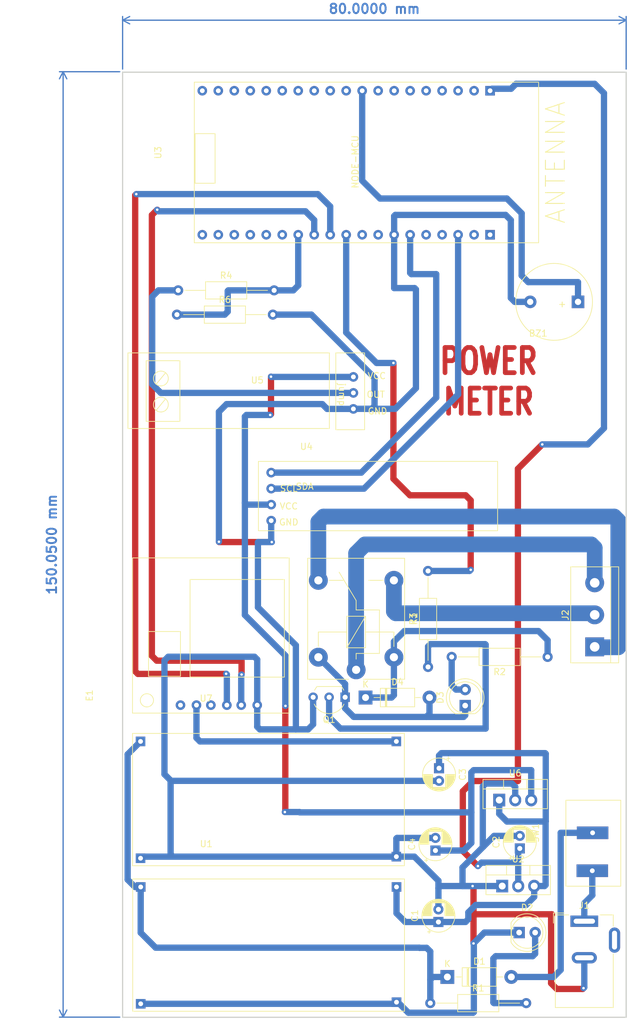
<source format=kicad_pcb>
(kicad_pcb (version 20211014) (generator pcbnew)
  (layers (0 "F.Cu" signal) (31 "B.Cu" signal) (34 "B.Paste" user) (35 "F.Paste" user) (36 "B.SilkS" user "B.Silkscreen") (37 "F.SilkS" user "F.Silkscreen") (38 "B.Mask" user) (39 "F.Mask" user) (44 "Edge.Cuts" user))
  (net 0 "")
  (net 1 "+9V")
  (net 2 "+12V")
  (net 3 "+3V3")
  (net 4 "+4V")
  (net 5 "Net-(D2-Pad2)")
  (net 6 "Net-(D3-Pad1)")
  (net 7 "Net-(D3-Pad2)")
  (net 8 "Net-(D4-Pad1)")
  (net 11 "Net-(E1-Pad4)")
  (net 12 "Net-(J1-Pad1)")
  (net 13 "/NC")
  (net 14 "/NO")
  (net 15 "/COM")
  (net 16 "Net-(Q1-Pad2)")
  (net 17 "/RELAY_SWITCH")
  (net 18 "Net-(R4-Pad1)")
  (net 19 "Net-(R4-Pad2)")
  (net 20 "Net-(E1-Pad5)")
  (net 21 "BUZZER")
  (net 36 "Net-(SW1-Pad2)")
  (net 43 "Earth")
  (net 44 "Net-(U3-Pad36)")
  (net 52 "Net-(U3-Pad33)")
  (net 53 "+5V")
  (footprint "Capacitor_THT:CP_Radial_D5.0mm_P2.00mm" (layer "F.Cu") (at 66.525 126.344888 -90)
    (fp_text reference "C3" (at 1 -3.75 90) (layer "F.SilkS"))
    (fp_text value "10uF")
    (pad "1" thru_hole rect (at 0 0 270) (size 1.6 1.6) (drill 0.8) (layers *.Cu *.Mask) (net 1 "+9V"))
    (pad "2" thru_hole circle (at 2 0 270) (size 1.6 1.6) (drill 0.8) (layers *.Cu *.Mask) (net 43 "Earth"))
  )
  (footprint "LED_THT:LED_D5.0mm" (layer "F.Cu") (at 70.675 116.4 90)
    (fp_text reference "D3" (at 1.27 -3.96 90) (layer "F.SilkS"))
    (fp_text value "LED")
    (pad "1" thru_hole rect (at 0 0 90) (size 1.8 1.8) (drill 0.9) (layers *.Cu *.Mask) (net 6 "Net-(D3-Pad1)"))
    (pad "2" thru_hole circle (at 2.54 0 90) (size 1.8 1.8) (drill 0.9) (layers *.Cu *.Mask) (net 7 "Net-(D3-Pad2)"))
  )
  (footprint "custom-footprints:NODEMCU" (layer "F.Cu") (at 21.03713 59.455 90)
    (fp_text reference "U3" (at 30.809 0.853 90 unlocked) (layer "F.SilkS"))
    (fp_text value "NodeMCU")
    (fp_text user "ANTENNA" (at 29.255 64.008 90 unlocked) (layer "F.SilkS") (effects (font (size 3 3))))
    (fp_text user "NODE-MCU" (at 29.355 32.179 90 unlocked) (layer "F.SilkS"))
    (pad "1" thru_hole rect (at 40.64 53.594 270) (size 1.524 1.524) (drill oval 0.762) (layers *.Cu *.Mask) (net 3 "+3V3"))
    (pad "2" thru_hole circle (at 40.64 51.054 270) (size 1.524 1.524) (drill 0.762) (layers *.Cu *.Mask))
    (pad "3" thru_hole circle (at 40.64 48.514 270) (size 1.524 1.524) (drill 0.762) (layers *.Cu *.Mask))
    (pad "4" thru_hole circle (at 40.64 45.974 270) (size 1.524 1.524) (drill 0.762) (layers *.Cu *.Mask))
    (pad "5" thru_hole circle (at 40.64 43.434 270) (size 1.524 1.524) (drill 0.762) (layers *.Cu *.Mask))
    (pad "6" thru_hole circle (at 40.64 40.894 270) (size 1.524 1.524) (drill 0.762) (layers *.Cu *.Mask))
    (pad "7" thru_hole circle (at 40.64 38.354 270) (size 1.524 1.524) (drill 0.762) (layers *.Cu *.Mask))
    (pad "8" thru_hole circle (at 40.64 35.814 270) (size 1.524 1.524) (drill 0.762) (layers *.Cu *.Mask))
    (pad "9" thru_hole circle (at 40.64 33.274 270) (size 1.524 1.524) (drill 0.762) (layers *.Cu *.Mask) (net 21 "BUZZER"))
    (pad "10" thru_hole circle (at 40.64 30.734 270) (size 1.524 1.524) (drill 0.762) (layers *.Cu *.Mask))
    (pad "11" thru_hole circle (at 40.64 28.194 270) (size 1.524 1.524) (drill 0.762) (layers *.Cu *.Mask))
    (pad "12" thru_hole circle (at 40.64 25.654 270) (size 1.524 1.524) (drill 0.762) (layers *.Cu *.Mask))
    (pad "13" thru_hole circle (at 40.64 23.114 270) (size 1.524 1.524) (drill 0.762) (layers *.Cu *.Mask))
    (pad "14" thru_hole circle (at 40.64 20.574 270) (size 1.524 1.524) (drill 0.762) (layers *.Cu *.Mask))
    (pad "15" thru_hole circle (at 40.64 18.034 270) (size 1.524 1.524) (drill 0.762) (layers *.Cu *.Mask))
    (pad "16" thru_hole circle (at 40.64 15.494 270) (size 1.524 1.524) (drill 0.762) (layers *.Cu *.Mask))
    (pad "17" thru_hole circle (at 40.64 12.954 270) (size 1.524 1.524) (drill 0.762) (layers *.Cu *.Mask))
    (pad "18" thru_hole circle (at 40.64 10.414 270) (size 1.524 1.524) (drill 0.762) (layers *.Cu *.Mask))
    (pad "19" thru_hole circle (at 40.64 7.874 270) (size 1.524 1.524) (drill 0.762) (layers *.Cu *.Mask))
    (pad "20" thru_hole circle (at 17.78 7.874 270) (size 1.524 1.524) (drill 0.762) (layers *.Cu *.Mask))
    (pad "21" thru_hole circle (at 17.78 10.414 270) (size 1.524 1.524) (drill 0.762) (layers *.Cu *.Mask))
    (pad "22" thru_hole circle (at 17.78 12.954 270) (size 1.524 1.524) (drill 0.762) (layers *.Cu *.Mask))
    (pad "23" thru_hole circle (at 17.78 15.494 270) (size 1.524 1.524) (drill 0.762) (layers *.Cu *.Mask))
    (pad "24" thru_hole circle (at 17.78 18.034 270) (size 1.524 1.524) (drill 0.762) (layers *.Cu *.Mask))
    (pad "25" thru_hole circle (at 17.78 20.574 270) (size 1.524 1.524) (drill 0.762) (layers *.Cu *.Mask))
    (pad "26" thru_hole circle (at 17.78 23.114 270) (size 1.524 1.524) (drill 0.762) (layers *.Cu *.Mask) (net 19 "Net-(R4-Pad2)"))
    (pad "27" thru_hole circle (at 17.78 25.654 270) (size 1.524 1.524) (drill 0.762) (layers *.Cu *.Mask) (net 20 "Net-(E1-Pad5)"))
    (pad "28" thru_hole circle (at 17.78 28.194 270) (size 1.524 1.524) (drill 0.762) (layers *.Cu *.Mask) (net 11 "Net-(E1-Pad4)"))
    (pad "29" thru_hole circle (at 17.78 30.734 270) (size 1.524 1.524) (drill 0.762) (layers *.Cu *.Mask) (net 17 "/RELAY_SWITCH"))
    (pad "30" thru_hole circle (at 17.78 33.274 270) (size 1.524 1.524) (drill 0.762) (layers *.Cu *.Mask))
    (pad "31" thru_hole circle (at 17.78 35.814 270) (size 1.524 1.524) (drill 0.762) (layers *.Cu *.Mask))
    (pad "32" thru_hole circle (at 17.78 38.354 270) (size 1.524 1.524) (drill 0.762) (layers *.Cu *.Mask) (net 43 "Earth"))
    (pad "33" thru_hole circle (at 17.78 40.894 270) (size 1.524 1.524) (drill 0.762) (layers *.Cu *.Mask) (net 52 "Net-(U3-Pad33)"))
    (pad "34" thru_hole circle (at 17.78 43.434 270) (size 1.524 1.524) (drill 0.762) (layers *.Cu *.Mask))
    (pad "35" thru_hole circle (at 17.78 45.974 270) (size 1.524 1.524) (drill 0.762) (layers *.Cu *.Mask))
    (pad "36" thru_hole circle (at 17.78 48.514 270) (size 1.524 1.524) (drill 0.762) (layers *.Cu *.Mask) (net 44 "Net-(U3-Pad36)"))
    (pad "37" thru_hole circle (at 17.78 51.054 270) (size 1.524 1.524) (drill 0.762) (layers *.Cu *.Mask))
    (pad "38" thru_hole rect (at 17.78 53.594 270) (size 1.524 1.524) (drill 0.762) (layers *.Cu *.Mask))
  )
  (footprint "custom-footprints:ACS712_MODULE" (layer "F.Cu") (at 17.099 60.424)
    (fp_text reference "U5" (at 20.5486 4.3406 unlocked) (layer "F.SilkS"))
    (fp_text value "ACS712")
    (fp_text user "GND" (at 39.65 9.25 unlocked) (layer "F.SilkS"))
    (fp_text user "OUT" (at 39.37 6.604 unlocked) (layer "F.SilkS"))
    (fp_text user "VCC" (at 39.525 3.65 unlocked) (layer "F.SilkS"))
    (fp_text user "jump" (at 34.036 6.604 270 unlocked) (layer "F.SilkS"))
    (pad "1" thru_hole circle (at 35.814 3.81) (size 1.524 1.524) (drill 0.762) (layers *.Cu *.Mask) (net 53 "+5V"))
    (pad "2" thru_hole circle (at 35.814 6.35) (size 1.524 1.524) (drill 0.762) (layers *.Cu *.Mask) (net 18 "Net-(R4-Pad1)"))
    (pad "3" thru_hole circle (at 35.814 8.89) (size 1.524 1.524) (drill 0.762) (layers *.Cu *.Mask) (net 43 "Earth"))
  )
  (footprint "Capacitor_THT:CP_Radial_D5.0mm_P2.00mm" (layer "F.Cu") (at 65.95 139.405113 90)
    (fp_text reference "C4" (at 1 -3.75 90) (layer "F.SilkS"))
    (fp_text value "10uF")
    (pad "1" thru_hole rect (at 0 0 90) (size 1.6 1.6) (drill 0.8) (layers *.Cu *.Mask) (net 53 "+5V"))
    (pad "2" thru_hole circle (at 2 0 90) (size 1.6 1.6) (drill 0.8) (layers *.Cu *.Mask) (net 43 "Earth"))
  )
  (footprint "Connector_BarrelJack:BarrelJack_Wuerth_6941xx301002" (layer "F.Cu") (at 89.6 150.625)
    (fp_text reference "J1" (at 0 -2.5) (layer "F.SilkS"))
    (fp_text value "Jack-DC")
    (pad "1" thru_hole rect (at 0 0) (size 4.4 1.8) (drill oval 3.4 0.8) (layers *.Cu *.Mask) (net 12 "Net-(J1-Pad1)"))
    (pad "2" thru_hole oval (at 0 5.8) (size 4 1.8) (drill oval 3 0.8) (layers *.Cu *.Mask) (net 43 "Earth"))
    (pad "3" thru_hole oval (at 4.8 3 90) (size 4 1.8) (drill oval 3 0.8) (layers *.Cu *.Mask))
  )
  (footprint "custom-footprints:LM2596-BUCK-CONVERTER" (layer "F.Cu") (at 17.83 120.82)
    (fp_text reference "U7" (at 11.684 -5.564 unlocked) (layer "F.SilkS"))
    (fp_text value "LM2596")
    (pad "1" thru_hole rect (at 1.27 1.27) (size 1.524 1.524) (drill 0.762) (layers *.Cu *.Mask) (net 2 "+12V"))
    (pad "2" thru_hole rect (at 1.27 19.812) (size 1.524 1.524) (drill 0.762) (layers *.Cu *.Mask) (net 43 "Earth"))
    (pad "3" thru_hole rect (at 41.91 19.558) (size 1.524 1.524) (drill 0.762) (layers *.Cu *.Mask) (net 43 "Earth"))
    (pad "4" thru_hole rect (at 41.91 1.27) (size 1.524 1.524) (drill 0.762) (layers *.Cu *.Mask) (net 4 "+4V"))
  )
  (footprint "Diode_THT:D_DO-41_SOD81_P10.16mm_Horizontal" (layer "F.Cu") (at 54.845 115.125)
    (fp_text reference "D4" (at 5.08 -2.47) (layer "F.SilkS"))
    (fp_text value "1N4001")
    (fp_text user "K" (at 0 -2.1) (layer "F.SilkS"))
    (pad "1" thru_hole rect (at 0 0) (size 2.2 2.2) (drill 1.1) (layers *.Cu *.Mask) (net 8 "Net-(D4-Pad1)"))
    (pad "2" thru_hole oval (at 10.16 0) (size 2.2 2.2) (drill 1.1) (layers *.Cu *.Mask) (net 6 "Net-(D3-Pad1)"))
  )
  (footprint "custom-footprints:0.91-OLED" (layer "F.Cu") (at 37.825 77.65)
    (fp_text reference "U4" (at 7.6304 -2.348 unlocked) (layer "F.SilkS"))
    (fp_text value "SSD1306_OLED_SCREEN_0.91")
    (fp_text user "VCC" (at 4.826 7.112 unlocked) (layer "F.SilkS"))
    (fp_text user "GND" (at 4.826 9.652 unlocked) (layer "F.SilkS"))
    (fp_text user "SCL" (at 4.826 4.318 unlocked) (layer "F.SilkS"))
    (fp_text user "SDA" (at 7.351 3.978 unlocked) (layer "F.SilkS"))
    (pad "1" thru_hole circle (at 2.032 1.778) (size 1.524 1.524) (drill 0.762) (layers *.Cu *.Mask) (net 52 "Net-(U3-Pad33)"))
    (pad "2" thru_hole circle (at 2.032 4.318) (size 1.524 1.524) (drill 0.762) (layers *.Cu *.Mask) (net 44 "Net-(U3-Pad36)"))
    (pad "3" thru_hole circle (at 2.032 6.858) (size 1.524 1.524) (drill 0.762) (layers *.Cu *.Mask) (net 53 "+5V"))
    (pad "4" thru_hole circle (at 2.032 9.398) (size 1.524 1.524) (drill 0.762) (layers *.Cu *.Mask) (net 43 "Earth"))
  )
  (footprint "custom-footprints:SIM800L" (layer "F.Cu") (at 17.824 117.599 90)
    (fp_text reference "E1" (at 2.794 -6.834 90 unlocked) (layer "F.SilkS"))
    (fp_text value "SIM800L")
    (pad "1" thru_hole circle (at 1.27 7.62 90) (size 1.524 1.524) (drill 0.762) (layers *.Cu *.Mask))
    (pad "2" thru_hole circle (at 1.27 10.16 90) (size 1.524 1.524) (drill 0.762) (layers *.Cu *.Mask) (net 4 "+4V"))
    (pad "3" thru_hole circle (at 1.27 12.446 90) (size 1.524 1.524) (drill 0.762) (layers *.Cu *.Mask))
    (pad "4" thru_hole circle (at 1.27 14.986 90) (size 1.524 1.524) (drill 0.762) (layers *.Cu *.Mask) (net 11 "Net-(E1-Pad4)"))
    (pad "5" thru_hole circle (at 1.27 17.272 90) (size 1.524 1.524) (drill 0.762) (layers *.Cu *.Mask) (net 20 "Net-(E1-Pad5)"))
    (pad "6" thru_hole circle (at 1.27 19.812 90) (size 1.524 1.524) (drill 0.762) (layers *.Cu *.Mask) (net 43 "Earth"))
  )
  (footprint "Resistor_THT:R_Axial_DIN0207_L6.3mm_D2.5mm_P15.24mm_Horizontal" (layer "F.Cu") (at 64.775 110.27 90)
    (fp_text reference "R3" (at 7.62 -2.37 90) (layer "F.SilkS"))
    (fp_text value "1K")
    (pad "1" thru_hole circle (at 0 0 90) (size 1.6 1.6) (drill 0.8) (layers *.Cu *.Mask) (net 16 "Net-(Q1-Pad2)"))
    (pad "2" thru_hole oval (at 15.24 0 90) (size 1.6 1.6) (drill 0.8) (layers *.Cu *.Mask) (net 17 "/RELAY_SWITCH"))
  )
  (footprint "custom-footprints:rocker_switch_spst_rectangle" (layer "F.Cu") (at 86.1439 151.8865 90)
    (fp_text reference "SW1" (at 15.2654 -4.27 90 unlocked) (layer "F.SilkS"))
    (fp_text value "SW_SPST")
    (pad "1" thru_hole rect (at 9.271 4.7244 90) (size 2 5) (drill oval 0.762) (layers *.Cu *.Mask) (net 12 "Net-(J1-Pad1)"))
    (pad "2" thru_hole rect (at 15.2908 4.7752 90) (size 2 5) (drill oval 0.762) (layers *.Cu *.Mask) (net 36 "Net-(SW1-Pad2)"))
  )
  (footprint "Resistor_THT:R_Axial_DIN0207_L6.3mm_D2.5mm_P15.24mm_Horizontal" (layer "F.Cu") (at 24.88 54.35)
    (fp_text reference "R6" (at 7.62 -2.37) (layer "F.SilkS"))
    (fp_text value "20k")
    (pad "1" thru_hole circle (at 0 0) (size 1.6 1.6) (drill 0.8) (layers *.Cu *.Mask) (net 19 "Net-(R4-Pad2)"))
    (pad "2" thru_hole oval (at 15.24 0) (size 1.6 1.6) (drill 0.8) (layers *.Cu *.Mask) (net 43 "Earth"))
  )
  (footprint "Resistor_THT:R_Axial_DIN0207_L6.3mm_D2.5mm_P15.24mm_Horizontal" (layer "F.Cu") (at 65.13 163.625)
    (fp_text reference "R1" (at 7.62 -2.37) (layer "F.SilkS"))
    (fp_text value "100R")
    (pad "1" thru_hole circle (at 0 0) (size 1.6 1.6) (drill 0.8) (layers *.Cu *.Mask) (net 2 "+12V"))
    (pad "2" thru_hole oval (at 15.24 0) (size 1.6 1.6) (drill 0.8) (layers *.Cu *.Mask) (net 5 "Net-(D2-Pad2)"))
  )
  (footprint "Relay_THT:Relay_SPDT_Finder_36.11" (layer "F.Cu") (at 53.35 110.725 90)
    (fp_text reference "K1" (at 8.1 9.2 90) (layer "F.SilkS"))
    (fp_text value "FINDER-36.11")
    (pad "11" thru_hole circle (at 0 0 90) (size 3 3) (drill 1.3) (layers *.Cu *.Mask) (net 15 "/COM"))
    (pad "12" thru_hole circle (at 14.2 -6 90) (size 3 3) (drill 1.3) (layers *.Cu *.Mask) (net 13 "/NC"))
    (pad "14" thru_hole circle (at 14.2 6 90) (size 3 3) (drill 1.3) (layers *.Cu *.Mask) (net 14 "/NO"))
    (pad "A1" thru_hole circle (at 2 6 90) (size 3 3) (drill 1.3) (layers *.Cu *.Mask) (net 8 "Net-(D4-Pad1)"))
    (pad "A2" thru_hole circle (at 2 -6 90) (size 3 3) (drill 1.3) (layers *.Cu *.Mask) (net 6 "Net-(D3-Pad1)"))
  )
  (footprint "TerminalBlock:TerminalBlock_bornier-3_P5.08mm" (layer "F.Cu") (at 91.25 107.08 90)
    (fp_text reference "J2" (at 5.05 -4.65 90) (layer "F.SilkS"))
    (fp_text value "LOAD_DISCONNECT")
    (pad "1" thru_hole rect (at 0 0 90) (size 3 3) (drill 1.52) (layers *.Cu *.Mask) (net 13 "/NC"))
    (pad "2" thru_hole circle (at 5.08 0 90) (size 3 3) (drill 1.52) (layers *.Cu *.Mask) (net 14 "/NO"))
    (pad "3" thru_hole circle (at 10.16 0 90) (size 3 3) (drill 1.52) (layers *.Cu *.Mask) (net 15 "/COM"))
  )
  (footprint "Diode_THT:D_DO-41_SOD81_P10.16mm_Horizontal" (layer "F.Cu") (at 67.845 159.475)
    (fp_text reference "D1" (at 5.08 -2.47) (layer "F.SilkS"))
    (fp_text value "1N4001")
    (fp_text user "K" (at 0 -2.1) (layer "F.SilkS"))
    (pad "1" thru_hole rect (at 0 0) (size 2.2 2.2) (drill 1.1) (layers *.Cu *.Mask) (net 2 "+12V"))
    (pad "2" thru_hole oval (at 10.16 0) (size 2.2 2.2) (drill 1.1) (layers *.Cu *.Mask) (net 36 "Net-(SW1-Pad2)"))
  )
  (footprint "Capacitor_THT:CP_Radial_D5.0mm_P2.00mm" (layer "F.Cu") (at 66.425 150.75 90)
    (fp_text reference "C1" (at 1 -3.75 90) (layer "F.SilkS"))
    (fp_text value "10uF")
    (pad "1" thru_hole rect (at 0 0 90) (size 1.6 1.6) (drill 0.8) (layers *.Cu *.Mask) (net 1 "+9V"))
    (pad "2" thru_hole circle (at 2 0 90) (size 1.6 1.6) (drill 0.8) (layers *.Cu *.Mask) (net 43 "Earth"))
  )
  (footprint "Package_TO_SOT_THT:TO-220-3_Vertical" (layer "F.Cu") (at 76.56 145.045)
    (fp_text reference "U2" (at 2.54 -4.27) (layer "F.SilkS"))
    (fp_text value "AMS1117-3.3")
    (pad "1" thru_hole rect (at 0 0) (size 1.905 2) (drill 1.1) (layers *.Cu *.Mask) (net 43 "Earth"))
    (pad "2" thru_hole oval (at 2.54 0) (size 1.905 2) (drill 1.1) (layers *.Cu *.Mask) (net 3 "+3V3"))
    (pad "3" thru_hole oval (at 5.08 0) (size 1.905 2) (drill 1.1) (layers *.Cu *.Mask) (net 1 "+9V"))
  )
  (footprint "Package_TO_SOT_THT:TO-220-3_Vertical" (layer "F.Cu") (at 76.085 131.395)
    (fp_text reference "U6" (at 2.54 -4.27) (layer "F.SilkS"))
    (fp_text value "LM7805_TO220")
    (pad "1" thru_hole rect (at 0 0) (size 1.905 2) (drill 1.1) (layers *.Cu *.Mask) (net 1 "+9V"))
    (pad "2" thru_hole oval (at 2.54 0) (size 1.905 2) (drill 1.1) (layers *.Cu *.Mask) (net 43 "Earth"))
    (pad "3" thru_hole oval (at 5.08 0) (size 1.905 2) (drill 1.1) (layers *.Cu *.Mask) (net 53 "+5V"))
  )
  (footprint "Resistor_THT:R_Axial_DIN0207_L6.3mm_D2.5mm_P15.24mm_Horizontal" (layer "F.Cu") (at 25.08 50.5)
    (fp_text reference "R4" (at 7.62 -2.37) (layer "F.SilkS"))
    (fp_text value "10k")
    (pad "1" thru_hole circle (at 0 0) (size 1.6 1.6) (drill 0.8) (layers *.Cu *.Mask) (net 18 "Net-(R4-Pad1)"))
    (pad "2" thru_hole oval (at 15.24 0) (size 1.6 1.6) (drill 0.8) (layers *.Cu *.Mask) (net 19 "Net-(R4-Pad2)"))
  )
  (footprint "custom-footprints:LM2596-BUCK-CONVERTER" (layer "F.Cu") (at 17.855 143.92)
    (fp_text reference "U1" (at 11.684 -5.564 unlocked) (layer "F.SilkS"))
    (fp_text value "LM2596")
    (pad "1" thru_hole rect (at 1.27 1.27) (size 1.524 1.524) (drill 0.762) (layers *.Cu *.Mask) (net 2 "+12V"))
    (pad "2" thru_hole rect (at 1.27 19.812) (size 1.524 1.524) (drill 0.762) (layers *.Cu *.Mask) (net 43 "Earth"))
    (pad "3" thru_hole rect (at 41.91 19.558) (size 1.524 1.524) (drill 0.762) (layers *.Cu *.Mask) (net 43 "Earth"))
    (pad "4" thru_hole rect (at 41.91 1.27) (size 1.524 1.524) (drill 0.762) (layers *.Cu *.Mask) (net 1 "+9V"))
  )
  (footprint "Capacitor_THT:CP_Radial_D5.0mm_P2.00mm" (layer "F.Cu") (at 79.35 139.080113 90)
    (fp_text reference "C2" (at 1 -3.75 90) (layer "F.SilkS"))
    (fp_text value "10uF")
    (pad "1" thru_hole rect (at 0 0 90) (size 1.6 1.6) (drill 0.8) (layers *.Cu *.Mask) (net 3 "+3V3"))
    (pad "2" thru_hole circle (at 2 0 90) (size 1.6 1.6) (drill 0.8) (layers *.Cu *.Mask) (net 43 "Earth"))
  )
  (footprint "Package_TO_SOT_THT:TO-92L_Inline_Wide" (layer "F.Cu") (at 51.6 115.075 180)
    (fp_text reference "Q1" (at 2.54 -3.56) (layer "F.SilkS"))
    (fp_text value "BC548")
    (pad "1" thru_hole rect (at 0 0 180) (size 1.5 1.5) (drill 0.8) (layers *.Cu *.Mask) (net 6 "Net-(D3-Pad1)"))
    (pad "2" thru_hole circle (at 2.54 0 180) (size 1.5 1.5) (drill 0.8) (layers *.Cu *.Mask) (net 16 "Net-(Q1-Pad2)"))
    (pad "3" thru_hole circle (at 5.08 0 180) (size 1.5 1.5) (drill 0.8) (layers *.Cu *.Mask) (net 43 "Earth"))
  )
  (footprint "Resistor_THT:R_Axial_DIN0207_L6.3mm_D2.5mm_P15.24mm_Horizontal" (layer "F.Cu") (at 83.77 108.675 180)
    (fp_text reference "R2" (at 7.62 -2.37) (layer "F.SilkS"))
    (fp_text value "200R")
    (pad "1" thru_hole circle (at 0 0 180) (size 1.6 1.6) (drill 0.8) (layers *.Cu *.Mask) (net 8 "Net-(D4-Pad1)"))
    (pad "2" thru_hole oval (at 15.24 0 180) (size 1.6 1.6) (drill 0.8) (layers *.Cu *.Mask) (net 7 "Net-(D3-Pad2)"))
  )
  (footprint "Buzzer_Beeper:Buzzer_12x9.5RM7.6" (layer "F.Cu") (at 88.6 52.325 180)
    (fp_text reference "BZ1" (at 6.325 -5) (layer "F.SilkS"))
    (fp_text value "Buzzer")
    (fp_text user "+" (at 2.515 -0.34) (layer "F.SilkS"))
    (pad "1" thru_hole rect (at 0 0 180) (size 2 2) (drill 1) (layers *.Cu *.Mask) (net 21 "BUZZER"))
    (pad "2" thru_hole circle (at 7.6 0 180) (size 2 2) (drill 1) (layers *.Cu *.Mask) (net 43 "Earth"))
  )
  (footprint "LED_THT:LED_D5.0mm" (layer "F.Cu") (at 79.25 152.425)
    (fp_text reference "D2" (at 1.27 -3.96) (layer "F.SilkS"))
    (fp_text value "LED")
    (pad "1" thru_hole rect (at 0 0) (size 1.8 1.8) (drill 0.9) (layers *.Cu *.Mask) (net 43 "Earth"))
    (pad "2" thru_hole circle (at 2.54 0) (size 1.8 1.8) (drill 0.9) (layers *.Cu *.Mask) (net 5 "Net-(D2-Pad2)"))
  )
  (gr_rect (start 16.25 15.875) (end 96.25 165.875) (layer "Edge.Cuts") (width 0.2) (fill none))
  (gr_text "POWER\nMETER" (at 74.4 64.975) (layer "F.Cu") (effects (font (size 4 3) (thickness 0.75))))
  (dimension (type aligned) (layer "B.Cu") (pts (xy 16.25 15.875) (xy 96.25 15.875)) (height -8.255) (gr_text "80.0000 mm" (at 56.25 5.82) (layer "B.Cu") (effects (font (size 1.5 1.5) (thickness 0.3)))) (format (units 3) (units_format 1) (precision 4)) (style (thickness 0.2) (arrow_length 1.27) (text_position_mode 0) (extension_height 0.58642) (extension_offset 0.5) keep_text_aligned))
  (dimension (type aligned) (layer "B.Cu") (pts (xy 16.3 15.8) (xy 16.3 165.85)) (height 9.5) (gr_text "150.0500 mm" (at 5 90.825 90) (layer "B.Cu") (effects (font (size 1.5 1.5) (thickness 0.3)))) (format (units 3) (units_format 1) (precision 4)) (style (thickness 0.2) (arrow_length 1.27) (text_position_mode 0) (extension_height 0.58642) (extension_offset 0.5) keep_text_aligned))
  (segment (start 66.525 126.344888) (end 66.525 124.325) (width 1) (layer "B.Cu") (net 1))
  (segment (start 83.45 134.8) (end 83.45 144.875) (width 1) (layer "B.Cu") (net 1))
  (segment (start 80.35 148.05) (end 72.35 148.05) (width 1) (layer "B.Cu") (net 1))
  (segment (start 83.475 124.05) (end 83.475 134.775) (width 1) (layer "B.Cu") (net 1))
  (segment (start 83.28 145.045) (end 81.64 145.045) (width 1) (layer "B.Cu") (net 1))
  (segment (start 70.725 150.75) (end 66.425 150.75) (width 1) (layer "B.Cu") (net 1))
  (segment (start 76.085 131.395) (end 76.085 133.585) (width 1) (layer "B.Cu") (net 1))
  (segment (start 76.085 133.585) (end 77.3 134.8) (width 1) (layer "B.Cu") (net 1))
  (segment (start 59.765 145.19) (end 59.765 149.365) (width 1) (layer "B.Cu") (net 1))
  (segment (start 66.525 124.325) (end 66.9 123.95) (width 1) (layer "B.Cu") (net 1))
  (segment (start 83.475 134.775) (end 83.45 134.8) (width 1) (layer "B.Cu") (net 1))
  (segment (start 66.9 123.95) (end 83.375 123.95) (width 1) (layer "B.Cu") (net 1))
  (segment (start 77.3 134.8) (end 83.45 134.8) (width 1) (layer "B.Cu") (net 1))
  (segment (start 72.35 148.05) (end 71.175 149.225) (width 1) (layer "B.Cu") (net 1))
  (segment (start 81.64 145.045) (end 81.64 146.76) (width 1) (layer "B.Cu") (net 1))
  (segment (start 71.175 149.225) (end 71.175 150.3) (width 1) (layer "B.Cu") (net 1))
  (segment (start 81.64 146.76) (end 80.35 148.05) (width 1) (layer "B.Cu") (net 1))
  (segment (start 61.15 150.75) (end 66.425 150.75) (width 1) (layer "B.Cu") (net 1))
  (segment (start 83.375 123.95) (end 83.475 124.05) (width 1) (layer "B.Cu") (net 1))
  (segment (start 59.765 149.365) (end 61.15 150.75) (width 1) (layer "B.Cu") (net 1))
  (segment (start 71.175 150.3) (end 70.725 150.75) (width 1) (layer "B.Cu") (net 1))
  (segment (start 83.45 144.875) (end 83.28 145.045) (width 1) (layer "B.Cu") (net 1))
  (segment (start 63.425 154.85) (end 64.55 154.85) (width 1) (layer "B.Cu") (net 2))
  (segment (start 19.125 152.45) (end 19.125 145.19) (width 1) (layer "B.Cu") (net 2))
  (segment (start 65.55 159.475) (end 67.845 159.475) (width 1) (layer "B.Cu") (net 2))
  (segment (start 21.5 154.825) (end 19.125 152.45) (width 1) (layer "B.Cu") (net 2))
  (segment (start 18.215 145.19) (end 17.05 144.025) (width 1) (layer "B.Cu") (net 2))
  (segment (start 19.125 145.19) (end 18.215 145.19) (width 1) (layer "B.Cu") (net 2))
  (segment (start 65.13 159.895) (end 65.55 159.475) (width 1) (layer "B.Cu") (net 2))
  (segment (start 64.55 154.85) (end 65.13 155.43) (width 1) (layer "B.Cu") (net 2))
  (segment (start 63.4 154.825) (end 63.425 154.85) (width 1) (layer "B.Cu") (net 2))
  (segment (start 65.13 155.43) (end 65.13 159.895) (width 1) (layer "B.Cu") (net 2))
  (segment (start 17.05 144.025) (end 17.05 124.14) (width 1) (layer "B.Cu") (net 2))
  (segment (start 65.13 163.625) (end 65.13 159.895) (width 1) (layer "B.Cu") (net 2))
  (segment (start 63.4 154.825) (end 21.5 154.825) (width 1) (layer "B.Cu") (net 2))
  (segment (start 17.05 124.14) (end 19.1 122.09) (width 1) (layer "B.Cu") (net 2))
  (segment (start 79.05 78.825) (end 82.925 74.95) (width 1) (layer "F.Cu") (net 3))
  (segment (start 70.3 130) (end 71.925 128.375) (width 1) (layer "F.Cu") (net 3))
  (segment (start 70.3 139.475) (end 70.3 130) (width 1) (layer "F.Cu") (net 3))
  (segment (start 79.05 128.375) (end 79.05 78.825) (width 1) (layer "F.Cu") (net 3))
  (segment (start 71.925 128.375) (end 79.05 128.375) (width 1) (layer "F.Cu") (net 3))
  (segment (start 72.7 141.875) (end 70.3 139.475) (width 1) (layer "F.Cu") (net 3))
  (via (at 72.7 141.875) (size 0.8) (drill 0.4) (layers "F.Cu" "B.Cu") (net 3))
  (via (at 82.925 74.95) (size 0.8) (drill 0.4) (layers "F.Cu" "B.Cu") (net 3))
  (segment (start 79.1 145.045) (end 79.1 142.35) (width 1) (layer "B.Cu") (net 3))
  (segment (start 90.35 74.75) (end 90.15 74.95) (width 1) (layer "B.Cu") (net 3))
  (segment (start 75.925 18.5) (end 77.975 18.5) (width 1) (layer "B.Cu") (net 3))
  (segment (start 92.725 72.375) (end 90.35 74.75) (width 1) (layer "B.Cu") (net 3))
  (segment (start 77.975 18.5) (end 78.75 17.725) (width 1) (layer "B.Cu") (net 3))
  (segment (start 90.15 74.95) (end 82.925 74.95) (width 1) (layer "B.Cu") (net 3))
  (segment (start 78.9 141.325) (end 79.1 141.125) (width 1) (layer "B.Cu") (net 3))
  (segment (start 79.1 142.35) (end 79.1 139.330113) (width 1) (layer "B.Cu") (net 3))
  (segment (start 74.63113 18.815) (end 74.94613 18.5) (width 1) (layer "B.Cu") (net 3))
  (segment (start 92.725 19.2) (end 92.725 72.375) (width 1) (layer "B.Cu") (net 3))
  (segment (start 78.75 17.725) (end 91.25 17.725) (width 1) (layer "B.Cu") (net 3))
  (segment (start 72.7 141.875) (end 73.25 141.325) (width 1) (layer "B.Cu") (net 3))
  (segment (start 79.1 139.330113) (end 79.35 139.080113) (width 1) (layer "B.Cu") (net 3))
  (segment (start 91.25 17.725) (end 92.725 19.2) (width 1) (layer "B.Cu") (net 3))
  (segment (start 73.25 141.325) (end 78.9 141.325) (width 1) (layer "B.Cu") (net 3))
  (segment (start 74.94613 18.5) (end 75.925 18.5) (width 1) (layer "B.Cu") (net 3))
  (segment (start 28.54 122.09) (end 59.74 122.09) (width 1) (layer "B.Cu") (net 4))
  (segment (start 27.984 121.534) (end 28.54 122.09) (width 1) (layer "B.Cu") (net 4))
  (segment (start 27.984 116.329) (end 27.984 121.534) (width 1) (layer "B.Cu") (net 4))
  (segment (start 81.79 155.785) (end 81.79 152.425) (width 1) (layer "B.Cu") (net 5))
  (segment (start 75.25 163.625) (end 75.15 163.525) (width 1) (layer "B.Cu") (net 5))
  (segment (start 80.37 163.625) (end 75.25 163.625) (width 1) (layer "B.Cu") (net 5))
  (segment (start 81.4 156.175) (end 81.79 155.785) (width 1) (layer "B.Cu") (net 5))
  (segment (start 75.525 156.175) (end 81.4 156.175) (width 1) (layer "B.Cu") (net 5))
  (segment (start 75.15 163.525) (end 75.15 156.55) (width 1) (layer "B.Cu") (net 5))
  (segment (start 75.15 156.55) (end 75.525 156.175) (width 1) (layer "B.Cu") (net 5))
  (segment (start 51.6 115.075) (end 51.6 116.825) (width 1) (layer "B.Cu") (net 6))
  (segment (start 51.6 116.825) (end 52.975 118.2) (width 1) (layer "B.Cu") (net 6))
  (segment (start 64.5 118.2) (end 65.005 117.695) (width 1) (layer "B.Cu") (net 6))
  (segment (start 65.005 117.695) (end 65.005 115.125) (width 1) (layer "B.Cu") (net 6))
  (segment (start 70.675 117.95) (end 70.675 116.4) (width 1) (layer "B.Cu") (net 6))
  (segment (start 52.975 118.2) (end 64.5 118.2) (width 1) (layer "B.Cu") (net 6))
  (segment (start 70.425 118.2) (end 70.675 117.95) (width 1) (layer "B.Cu") (net 6))
  (segment (start 47.35 108.725) (end 51.6 112.975) (width 1) (layer "B.Cu") (net 6))
  (segment (start 51.6 112.975) (end 51.6 115.075) (width 1) (layer "B.Cu") (net 6))
  (segment (start 64.5 118.2) (end 70.425 118.2) (width 1) (layer "B.Cu") (net 6))
  (segment (start 68.53 113.18) (end 69.21 113.86) (width 1) (layer "B.Cu") (net 7))
  (segment (start 69.21 113.86) (end 70.675 113.86) (width 1) (layer "B.Cu") (net 7))
  (segment (start 68.53 108.675) (end 68.53 113.18) (width 1) (layer "B.Cu") (net 7))
  (segment (start 83.77 106.02) (end 82.325 104.575) (width 1) (layer "B.Cu") (net 8))
  (segment (start 83.77 108.675) (end 83.77 106.02) (width 1) (layer "B.Cu") (net 8))
  (segment (start 61.025 104.575) (end 59.35 106.25) (width 1) (layer "B.Cu") (net 8))
  (segment (start 59.35 114.75) (end 58.975 115.125) (width 1) (layer "B.Cu") (net 8))
  (segment (start 59.35 106.25) (end 59.35 108.725) (width 1) (layer "B.Cu") (net 8))
  (segment (start 58.975 115.125) (end 54.845 115.125) (width 1) (layer "B.Cu") (net 8))
  (segment (start 59.35 108.725) (end 59.35 114.75) (width 1) (layer "B.Cu") (net 8))
  (segment (start 82.325 104.575) (end 61.025 104.575) (width 1) (layer "B.Cu") (net 8))
  (segment (start 32.675 111.375) (end 18.675 111.375) (width 1) (layer "F.Cu") (net 11))
  (segment (start 18.25 35.4) (end 18.425 35.225) (width 1) (layer "F.Cu") (net 11))
  (segment (start 18.675 111.375) (end 18.25 110.95) (width 1) (layer "F.Cu") (net 11))
  (segment (start 32.7 111.35) (end 32.675 111.375) (width 1) (layer "F.Cu") (net 11))
  (segment (start 18.25 110.95) (end 18.25 35.4) (width 1) (layer "F.Cu") (net 11))
  (via (at 32.7 111.35) (size 0.8) (drill 0.4) (layers "F.Cu" "B.Cu") (net 11))
  (via (at 18.425 35.225) (size 0.8) (drill 0.4) (layers "F.Cu" "B.Cu") (net 11))
  (segment (start 32.81 116.329) (end 32.81 111.46) (width 1) (layer "B.Cu") (net 11))
  (segment (start 32.81 111.46) (end 32.7 111.35) (width 1) (layer "B.Cu") (net 11))
  (segment (start 47.275 35.225) (end 49.23113 37.18113) (width 1) (layer "B.Cu") (net 11))
  (segment (start 18.425 35.225) (end 47.275 35.225) (width 1) (layer "B.Cu") (net 11))
  (segment (start 49.23113 37.18113) (end 49.23113 41.675) (width 1) (layer "B.Cu") (net 11))
  (segment (start 90.875 146.5) (end 90.8683 146.4933) (width 1) (layer "B.Cu") (net 12))
  (segment (start 89.6 150.625) (end 89.6 147.775) (width 1) (layer "B.Cu") (net 12))
  (segment (start 89.6 147.775) (end 90.875 146.5) (width 1) (layer "B.Cu") (net 12))
  (segment (start 90.8683 146.4933) (end 90.8683 142.6155) (width 1) (layer "B.Cu") (net 12))
  (segment (start 95 87.05) (end 95 107.15) (width 2.5) (layer "B.Cu") (net 13))
  (segment (start 91.32 107.15) (end 91.25 107.08) (width 2.5) (layer "B.Cu") (net 13))
  (segment (start 95 107.15) (end 91.32 107.15) (width 2.5) (layer "B.Cu") (net 13))
  (segment (start 48.175 86.4) (end 94.35 86.4) (width 2.5) (layer "B.Cu") (net 13))
  (segment (start 47.35 87.225) (end 48.175 86.4) (width 2.5) (layer "B.Cu") (net 13))
  (segment (start 94.35 86.4) (end 95 87.05) (width 2.5) (layer "B.Cu") (net 13))
  (segment (start 47.35 96.525) (end 47.35 87.225) (width 2.5) (layer "B.Cu") (net 13))
  (segment (start 59.35 101.45) (end 59.65 101.75) (width 2.5) (layer "B.Cu") (net 14))
  (segment (start 91 101.75) (end 91.25 102) (width 2.5) (layer "B.Cu") (net 14))
  (segment (start 59.35 96.525) (end 59.35 101.45) (width 2.5) (layer "B.Cu") (net 14))
  (segment (start 59.65 101.75) (end 91 101.75) (width 2.5) (layer "B.Cu") (net 14))
  (segment (start 91.25 91.375) (end 91.25 96.92) (width 2.5) (layer "B.Cu") (net 15))
  (segment (start 53.35 92.225) (end 54.75 90.825) (width 2.5) (layer "B.Cu") (net 15))
  (segment (start 54.75 90.825) (end 90.7 90.825) (width 2.5) (layer "B.Cu") (net 15))
  (segment (start 90.7 90.825) (end 91.25 91.375) (width 2.5) (layer "B.Cu") (net 15))
  (segment (start 53.35 110.725) (end 53.35 92.225) (width 2.5) (layer "B.Cu") (net 15))
  (segment (start 50.85 120.05) (end 73.925 120.05) (width 1) (layer "B.Cu") (net 16))
  (segment (start 73.85 106.65) (end 65.15 106.65) (width 1) (layer "B.Cu") (net 16))
  (segment (start 49.06 118.26) (end 50.85 120.05) (width 1) (layer "B.Cu") (net 16))
  (segment (start 73.925 120.05) (end 73.925 106.725) (width 1) (layer "B.Cu") (net 16))
  (segment (start 73.925 106.725) (end 73.85 106.65) (width 1) (layer "B.Cu") (net 16))
  (segment (start 64.775 107.025) (end 64.775 110.27) (width 1) (layer "B.Cu") (net 16))
  (segment (start 49.06 115.075) (end 49.06 118.26) (width 1) (layer "B.Cu") (net 16))
  (segment (start 65.15 106.65) (end 64.775 107.025) (width 1) (layer "B.Cu") (net 16))
  (segment (start 61.9 83.025) (end 59.275 80.4) (width 1) (layer "F.Cu") (net 17))
  (segment (start 70.75 83.025) (end 61.9 83.025) (width 1) (layer "F.Cu") (net 17))
  (segment (start 71.55 94.85) (end 71.55 83.825) (width 1) (layer "F.Cu") (net 17))
  (segment (start 71.55 83.825) (end 70.75 83.025) (width 1) (layer "F.Cu") (net 17))
  (segment (start 59.275 80.4) (end 59.275 62.025) (width 1) (layer "F.Cu") (net 17))
  (via (at 71.55 94.85) (size 0.8) (drill 0.4) (layers "F.Cu" "B.Cu") (net 17))
  (via (at 59.275 62.025) (size 0.8) (drill 0.4) (layers "F.Cu" "B.Cu") (net 17))
  (segment (start 52.25 57.675) (end 56.6 62.025) (width 1) (layer "B.Cu") (net 17))
  (segment (start 71.37 95.03) (end 71.55 94.85) (width 1) (layer "B.Cu") (net 17))
  (segment (start 64.75 95.005) (end 64.775 95.03) (width 1) (layer "B.Cu") (net 17))
  (segment (start 51.77113 41.675) (end 51.77113 57.19613) (width 1) (layer "B.Cu") (net 17))
  (segment (start 64.775 95.03) (end 71.37 95.03) (width 1) (layer "B.Cu") (net 17))
  (segment (start 56.6 62.025) (end 59.275 62.025) (width 1) (layer "B.Cu") (net 17))
  (segment (start 51.77113 57.19613) (end 52.25 57.675) (width 1) (layer "B.Cu") (net 17))
  (segment (start 25.08 50.5) (end 21.95 50.5) (width 1) (layer "B.Cu") (net 18))
  (segment (start 20.95 65.4) (end 22.324 66.774) (width 1) (layer "B.Cu") (net 18))
  (segment (start 21.95 50.5) (end 20.95 51.5) (width 1) (layer "B.Cu") (net 18))
  (segment (start 20.95 51.5) (end 20.95 65.4) (width 1) (layer "B.Cu") (net 18))
  (segment (start 22.324 66.774) (end 52.913 66.774) (width 1) (layer "B.Cu") (net 18))
  (segment (start 43.375 50.5) (end 44.15113 49.72387) (width 1) (layer "B.Cu") (net 19))
  (segment (start 24.88 54.35) (end 32.475 54.35) (width 1) (layer "B.Cu") (net 19))
  (segment (start 32.95 53.875) (end 32.95 50.6) (width 1) (layer "B.Cu") (net 19))
  (segment (start 32.475 54.35) (end 32.95 53.875) (width 1) (layer "B.Cu") (net 19))
  (segment (start 32.95 50.6) (end 33.05 50.5) (width 1) (layer "B.Cu") (net 19))
  (segment (start 33.05 50.5) (end 40.32 50.5) (width 1) (layer "B.Cu") (net 19))
  (segment (start 44.15113 49.72387) (end 44.15113 41.675) (width 1) (layer "B.Cu") (net 19))
  (segment (start 40.32 50.5) (end 43.375 50.5) (width 1) (layer "B.Cu") (net 19))
  (segment (start 21.75 37.7) (end 20.9 38.55) (width 1) (layer "F.Cu") (net 20))
  (segment (start 20.9 38.55) (end 20.9 108.5) (width 1) (layer "F.Cu") (net 20))
  (segment (start 35.075 109.275) (end 35.15 109.35) (width 1) (layer "F.Cu") (net 20))
  (segment (start 21.675 109.275) (end 35.075 109.275) (width 1) (layer "F.Cu") (net 20))
  (segment (start 35.15 109.35) (end 35.15 111.475) (width 1) (layer "F.Cu") (net 20))
  (segment (start 20.9 108.5) (end 21.675 109.275) (width 1) (layer "F.Cu") (net 20))
  (via (at 21.75 37.7) (size 0.8) (drill 0.4) (layers "F.Cu" "B.Cu") (net 20))
  (via (at 35.15 111.475) (size 0.8) (drill 0.4) (layers "F.Cu" "B.Cu") (net 20))
  (segment (start 21.725 37.725) (end 21.95 37.95) (width 1) (layer "B.Cu") (net 20))
  (segment (start 21.95 37.95) (end 45.3 37.95) (width 1) (layer "B.Cu") (net 20))
  (segment (start 46.69113 39.34113) (end 46.69113 41.675) (width 1) (layer "B.Cu") (net 20))
  (segment (start 35.096 116.329) (end 35.096 111.529) (width 1) (layer "B.Cu") (net 20))
  (segment (start 35.096 111.529) (end 35.15 111.475) (width 1) (layer "B.Cu") (net 20))
  (segment (start 45.3 37.95) (end 46.69113 39.34113) (width 1) (layer "B.Cu") (net 20))
  (segment (start 80.693978 49.193978) (end 88.6 49.193978) (width 1) (layer "B.Cu") (net 21))
  (segment (start 88.6 49.193978) (end 88.6 52.325) (width 1) (layer "B.Cu") (net 21))
  (segment (start 77.3 35.925) (end 79.65 38.275) (width 1) (layer "B.Cu") (net 21))
  (segment (start 79.65 48.15) (end 80.693978 49.193978) (width 1) (layer "B.Cu") (net 21))
  (segment (start 54.31113 33.08613) (end 57.15 35.925) (width 1) (layer "B.Cu") (net 21))
  (segment (start 57.15 35.925) (end 77.3 35.925) (width 1) (layer "B.Cu") (net 21))
  (segment (start 54.31113 18.815) (end 54.31113 33.08613) (width 1) (layer "B.Cu") (net 21))
  (segment (start 79.65 38.275) (end 79.65 48.15) (width 1) (layer "B.Cu") (net 21))
  (segment (start 84.725 159.475) (end 85.85 158.35) (width 1) (layer "B.Cu") (net 36))
  (segment (start 85.8543 136.5957) (end 90.9191 136.5957) (width 1) (layer "B.Cu") (net 36))
  (segment (start 78.005 159.475) (end 84.725 159.475) (width 1) (layer "B.Cu") (net 36))
  (segment (start 85.85 158.35) (end 85.85 136.6) (width 1) (layer "B.Cu") (net 36))
  (segment (start 85.85 136.6) (end 85.8543 136.5957) (width 1) (layer "B.Cu") (net 36))
  (segment (start 84.325 149.65) (end 84.45 149.525) (width 1) (layer "F.Cu") (net 43))
  (segment (start 72 154.15) (end 72 149.75) (width 1) (layer "F.Cu") (net 43))
  (segment (start 85.225 161.375) (end 84.325 160.475) (width 1) (layer "F.Cu") (net 43))
  (segment (start 89.35 161.375) (end 85.225 161.375) (width 1) (layer "F.Cu") (net 43))
  (segment (start 39.95 90.45) (end 31.6 90.45) (width 1) (layer "F.Cu") (net 43))
  (segment (start 72 149.75) (end 72 145.19) (width 1) (layer "F.Cu") (net 43))
  (segment (start 31.6 90.45) (end 31.55 90.4) (width 1) (layer "F.Cu") (net 43))
  (segment (start 89.475 161.25) (end 89.35 161.375) (width 1) (layer "F.Cu") (net 43))
  (segment (start 84.45 149.525) (end 72.225 149.525) (width 1) (layer "F.Cu") (net 43))
  (segment (start 72 145.19) (end 71.855 145.045) (width 1) (layer "F.Cu") (net 43))
  (segment (start 84.325 160.475) (end 84.325 149.65) (width 1) (layer "F.Cu") (net 43))
  (segment (start 72.225 149.525) (end 72 149.75) (width 1) (layer "F.Cu") (net 43))
  (via (at 72 154.15) (size 0.8) (drill 0.4) (layers "F.Cu" "B.Cu") (net 43))
  (via (at 39.95 90.45) (size 0.8) (drill 0.4) (layers "F.Cu" "B.Cu") (net 43))
  (via (at 89.475 161.25) (size 0.8) (drill 0.4) (layers "F.Cu" "B.Cu") (net 43))
  (via (at 71.855 145.045) (size 0.8) (drill 0.4) (layers "F.Cu" "B.Cu") (net 43))
  (via (at 31.55 90.4) (size 0.8) (drill 0.4) (layers "F.Cu" "B.Cu") (net 43))
  (segment (start 43.75 120.175) (end 45.725 120.175) (width 1) (layer "B.Cu") (net 43))
  (segment (start 70.25 145.045) (end 70.25 142.1) (width 1) (layer "B.Cu") (net 43))
  (segment (start 37.2 108.65) (end 37.636 109.086) (width 1) (layer "B.Cu") (net 43))
  (segment (start 73.925 128.775) (end 73.475 129.225) (width 1) (layer "B.Cu") (net 43))
  (segment (start 78.625 129.3) (end 78.1 128.775) (width 1) (layer "B.Cu") (net 43))
  (segment (start 62.603 140.378) (end 66.425 144.2) (width 1) (layer "B.Cu") (net 43))
  (segment (start 78.625 131.395) (end 78.625 129.3) (width 1) (layer "B.Cu") (net 43))
  (segment (start 37.775 90.45) (end 37.75 90.475) (width 1) (layer "B.Cu") (net 43))
  (segment (start 66.425 144.2) (end 66.425 145.375) (width 1) (layer "B.Cu") (net 43))
  (segment (start 52.927 69.3) (end 52.913 69.314) (width 1) (layer "B.Cu") (net 43))
  (segment (start 78.1 128.775) (end 73.925 128.775) (width 1) (layer "B.Cu") (net 43))
  (segment (start 73.475 138.675) (end 73.575 138.775) (width 1) (layer "B.Cu") (net 43))
  (segment (start 59.978 163.478) (end 61.65 165.15) (width 1) (layer "B.Cu") (net 43))
  (segment (start 31.55 90.4) (end 31.55 69.775) (width 1) (layer "B.Cu") (net 43))
  (segment (start 40.12 54.35) (end 46.25 54.35) (width 1) (layer "B.Cu") (net 43))
  (segment (start 23.875 139.95) (end 23.875 128.425) (width 1) (layer "B.Cu") (net 43))
  (segment (start 73.475 129.225) (end 73.475 138.675) (width 1) (layer "B.Cu") (net 43))
  (segment (start 72.05 154.2) (end 72 154.15) (width 1) (layer "B.Cu") (net 43))
  (segment (start 32.775 68.55) (end 47.975 68.55) (width 1) (layer "B.Cu") (net 43))
  (segment (start 77.925 39.35) (end 77.925 51.7) (width 1) (layer "B.Cu") (net 43))
  (segment (start 59.39113 38.70887) (end 59.575 38.525) (width 1) (layer "B.Cu") (net 43))
  (segment (start 37.636 109.086) (end 37.636 116.329) (width 1) (layer "B.Cu") (net 43))
  (segment (start 39.857 87.048) (end 39.857 90.357) (width 1) (layer "B.Cu") (net 43))
  (segment (start 59.844887 137.405113) (end 65.95 137.405113) (width 1) (layer "B.Cu") (net 43))
  (segment (start 71.855 145.045) (end 70.25 145.045) (width 1) (layer "B.Cu") (net 43))
  (segment (start 38.05 120.175) (end 43.75 120.175) (width 1) (layer "B.Cu") (net 43))
  (segment (start 56.275 64.375) (end 56.275 68.85) (width 1) (layer "B.Cu") (net 43))
  (segment (start 59.575 38.525) (end 77.1 38.525) (width 1) (layer "B.Cu") (net 43))
  (segment (start 43.775 106.825) (end 43.775 120.15) (width 1) (layer "B.Cu") (net 43))
  (segment (start 39.857 90.357) (end 39.95 90.45) (width 1) (layer "B.Cu") (net 43))
  (segment (start 45.725 120.175) (end 46.52 119.38) (width 1) (layer "B.Cu") (net 43))
  (segment (start 55.825 69.3) (end 54.675 69.3) (width 1) (layer "B.Cu") (net 43))
  (segment (start 59.39113 50.14113) (end 59.39113 41.675) (width 1) (layer "B.Cu") (net 43))
  (segment (start 59.74 140.378) (end 62.603 140.378) (width 1) (layer "B.Cu") (net 43))
  (segment (start 37.75 90.475) (end 37.75 100.8) (width 1) (layer "B.Cu") (net 43))
  (segment (start 66.425 145.375) (end 66.755 145.045) (width 1) (layer "B.Cu") (net 43))
  (segment (start 59.765 163.478) (end 59.978 163.478) (width 1) (layer "B.Cu") (net 43))
  (segment (start 19.125 163.732) (end 59.511 163.732) (width 1) (layer "B.Cu") (net 43))
  (segment (start 59.74 140.378) (end 59.74 137.51) (width 1) (layer "B.Cu") (net 43))
  (segment (start 59.511 163.732) (end 59.765 163.478) (width 1) (layer "B.Cu") (net 43))
  (segment (start 62.85 66.025) (end 62.85 50.35) (width 1) (layer "B.Cu") (net 43))
  (segment (start 89.475 161.25) (end 89.6 161.125) (width 1) (layer "B.Cu") (net 43))
  (segment (start 23.5 108.65) (end 37.2 108.65) (width 1) (layer "B.Cu") (net 43))
  (segment (start 47.975 68.55) (end 48.739 69.314) (width 1) (layer "B.Cu") (net 43))
  (segment (start 66.425 145.375) (end 66.425 148.75) (width 1) (layer "B.Cu") (net 43))
  (segment (start 66.755 145.045) (end 71.855 145.045) (width 1) (layer "B.Cu") (net 43))
  (segment (start 77.925 51.7) (end 78.55 52.325) (width 1) (layer "B.Cu") (net 43))
  (segment (start 48.739 69.314) (end 52.913 69.314) (width 1) (layer "B.Cu") (net 43))
  (segment (start 73.725 152.425) (end 72 154.15) (width 1) (layer "B.Cu") (net 43))
  (segment (start 37.636 116.329) (end 37.636 119.761) (width 1) (layer "B.Cu") (net 43))
  (segment (start 22.9 109.25) (end 23.5 108.65) (width 1) (layer "B.Cu") (net 43))
  (segment (start 56.275 68.85) (end 55.825 69.3) (width 1) (layer "B.Cu") (net 43))
  (segment (start 59.74 137.51) (end 59.844887 137.405113) (width 1) (layer "B.Cu") (net 43))
  (segment (start 59.575 69.3) (end 62.85 66.025) (width 1) (layer "B.Cu") (net 43))
  (segment (start 46.25 54.35) (end 56.275 64.375) (width 1) (layer "B.Cu") (net 43))
  (segment (start 79.25 152.425) (end 73.725 152.425) (width 1) (layer "B.Cu") (net 43))
  (segment (start 78.55 52.325) (end 81 52.325) (width 1) (layer "B.Cu") (net 43))
  (segment (start 37.636 119.761) (end 38.05 120.175) (width 1) (layer "B.Cu") (net 43))
  (segment (start 62.64113 50.14113) (end 59.39113 50.14113) (width 1) (layer "B.Cu") (net 43))
  (segment (start 72.05 165.05) (end 72.05 154.2) (width 1) (layer "B.Cu") (net 43))
  (segment (start 75.269887 137.080113) (end 79.35 137.080113) (width 1) (layer "B.Cu") (net 43))
  (segment (start 73.575 138.775) (end 75.269887 137.080113) (width 1) (layer "B.Cu") (net 43))
  (segment (start 89.6 161.125) (end 89.6 156.425) (width 1) (layer "B.Cu") (net 43))
  (segment (start 70.25 142.1) (end 73.575 138.775) (width 1) (layer "B.Cu") (net 43))
  (segment (start 61.65 165.15) (end 71.95 165.15) (width 1) (layer "B.Cu") (net 43))
  (segment (start 43.775 120.15) (end 43.75 120.175) (width 1) (layer "B.Cu") (net 43))
  (segment (start 39.95 90.45) (end 37.775 90.45) (width 1) (layer "B.Cu") (net 43))
  (segment (start 71.95 165.15) (end 72.05 165.05) (width 1) (layer "B.Cu") (net 43))
  (segment (start 59.74 140.378) (end 19.354 140.378) (width 1) (layer "B.Cu") (net 43))
  (segment (start 62.85 50.35) (end 62.64113 50.14113) (width 1) (layer "B.Cu") (net 43))
  (segment (start 23.955112 128.344888) (end 66.525 128.344888) (width 1) (layer "B.Cu") (net 43))
  (segment (start 22.9 127.3) (end 22.9 109.25) (width 1) (layer "B.Cu") (net 43))
  (segment (start 37.75 100.8) (end 43.775 106.825) (width 1) (layer "B.Cu") (net 43))
  (segment (start 77.1 38.525) (end 77.925 39.35) (width 1) (layer "B.Cu") (net 43))
  (segment (start 23.95 128.35) (end 23.955112 128.344888) (width 1) (layer "B.Cu") (net 43))
  (segment (start 59.39113 41.675) (end 59.39113 38.70887) (width 1) (layer "B.Cu") (net 43))
  (segment (start 71.855 145.045) (end 76.56 145.045) (width 1) (layer "B.Cu") (net 43))
  (segment (start 23.95 140.025) (end 23.875 139.95) (width 1) (layer "B.Cu") (net 43))
  (segment (start 23.95 128.35) (end 22.9 127.3) (width 1) (layer "B.Cu") (net 43))
  (segment (start 19.354 140.378) (end 19.1 140.632) (width 1) (layer "B.Cu") (net 43))
  (segment (start 23.875 128.425) (end 23.95 128.35) (width 1) (layer "B.Cu") (net 43))
  (segment (start 54.675 69.3) (end 59.575 69.3) (width 1) (layer "B.Cu") (net 43))
  (segment (start 46.52 119.38) (end 46.52 115.075) (width 1) (layer "B.Cu") (net 43))
  (segment (start 31.55 69.775) (end 32.775 68.55) (width 1) (layer "B.Cu") (net 43))
  (segment (start 54.675 69.3) (end 52.927 69.3) (width 1) (layer "B.Cu") (net 43))
  (segment (start 69.55113 67.02387) (end 54.607 81.968) (width 1) (layer "B.Cu") (net 44))
  (segment (start 54.607 81.968) (end 39.857 81.968) (width 1) (layer "B.Cu") (net 44))
  (segment (start 69.55113 41.675) (end 69.55113 67.02387) (width 1) (layer "B.Cu") (net 44))
  (segment (start 62.125 47.925) (end 66.075 47.925) (width 1) (layer "B.Cu") (net 52))
  (segment (start 61.93113 41.675) (end 61.93113 47.73113) (width 1) (layer "B.Cu") (net 52))
  (segment (start 61.93113 47.73113) (end 62.125 47.925) (width 1) (layer "B.Cu") (net 52))
  (segment (start 66.075 67.525) (end 54.172 79.428) (width 1) (layer "B.Cu") (net 52))
  (segment (start 54.172 79.428) (end 39.857 79.428) (width 1) (layer "B.Cu") (net 52))
  (segment (start 66.075 47.925) (end 66.075 67.525) (width 1) (layer "B.Cu") (net 52))
  (segment (start 42.1 116.475) (end 42.1 133.225) (width 1) (layer "F.Cu") (net 53))
  (segment (start 42.1 133.225) (end 42.025 133.3) (width 1) (layer "F.Cu") (net 53))
  (segment (start 42.125 116.45) (end 42.1 116.475) (width 1) (layer "F.Cu") (net 53))
  (segment (start 39.825 70.15) (end 39.825 64.2) (width 1) (layer "F.Cu") (net 53))
  (segment (start 39.7 70.275) (end 39.825 70.15) (width 1) (layer "F.Cu") (net 53))
  (via (at 39.825 64.2) (size 0.8) (drill 0.4) (layers "F.Cu" "B.Cu") (net 53))
  (via (at 39.7 70.275) (size 0.8) (drill 0.4) (layers "F.Cu" "B.Cu") (net 53))
  (via (at 42.025 133.3) (size 0.8) (drill 0.4) (layers "F.Cu" "B.Cu") (net 53))
  (via (at 42.125 116.45) (size 0.8) (drill 0.4) (layers "F.Cu" "B.Cu") (net 53))
  (segment (start 71.65 133.35) (end 71.65 138.2) (width 1) (layer "B.Cu") (net 53))
  (segment (start 35.675 84.225) (end 35.958 84.508) (width 1) (layer "B.Cu") (net 53))
  (segment (start 42.1 108.45) (end 35.675 102.025) (width 1) (layer "B.Cu") (net 53))
  (segment (start 70.444887 139.405113) (end 65.95 139.405113) (width 1) (layer "B.Cu") (net 53))
  (segment (start 39.859 64.234) (end 39.825 64.2) (width 1) (layer "B.Cu") (net 53))
  (segment (start 71.65 138.2) (end 70.444887 139.405113) (width 1) (layer "B.Cu") (net 53))
  (segment (start 35.675 70.525) (end 35.675 84.225) (width 1) (layer "B.Cu") (net 53))
  (segment (start 35.958 84.508) (end 39.857 84.508) (width 1) (layer "B.Cu") (net 53))
  (segment (start 42.025 133.3) (end 44.35 133.3) (width 1) (layer "B.Cu") (net 53))
  (segment (start 44.35 133.3) (end 44.4 133.35) (width 1) (layer "B.Cu") (net 53))
  (segment (start 52.913 64.234) (end 39.859 64.234) (width 1) (layer "B.Cu") (net 53))
  (segment (start 35.675 102.025) (end 35.675 84.225) (width 1) (layer "B.Cu") (net 53))
  (segment (start 71.65 127.025) (end 71.65 133.35) (width 1) (layer "B.Cu") (net 53))
  (segment (start 42.1 116.425) (end 42.1 108.45) (width 1) (layer "B.Cu") (net 53))
  (segment (start 35.925 70.275) (end 35.675 70.525) (width 1) (layer "B.Cu") (net 53))
  (segment (start 42.125 116.45) (end 42.1 116.425) (width 1) (layer "B.Cu") (net 53))
  (segment (start 81.165 131.395) (end 81.165 126.65) (width 1) (layer "B.Cu") (net 53))
  (segment (start 72.025 126.65) (end 71.65 127.025) (width 1) (layer "B.Cu") (net 53))
  (segment (start 44.4 133.35) (end 71.65 133.35) (width 1) (layer "B.Cu") (net 53))
  (segment (start 39.7 70.275) (end 35.925 70.275) (width 1) (layer "B.Cu") (net 53))
  (segment (start 81.165 126.65) (end 72.025 126.65) (width 1) (layer "B.Cu") (net 53))
)
</source>
